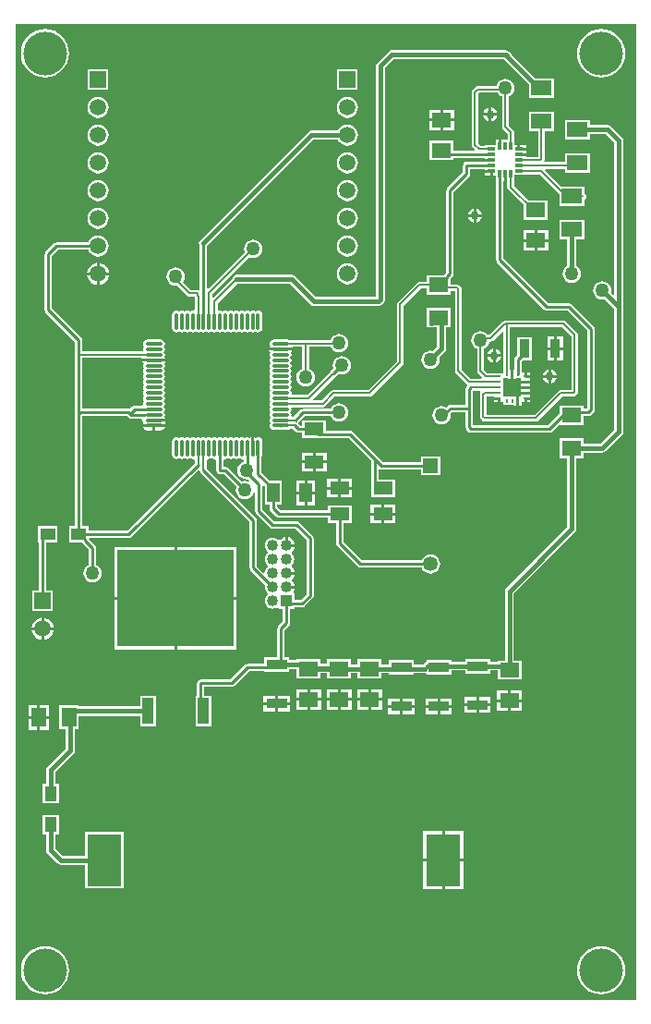
<source format=gtl>
G04*
G04 #@! TF.GenerationSoftware,Altium Limited,Altium Designer,20.1.14 (287)*
G04*
G04 Layer_Physical_Order=1*
G04 Layer_Color=255*
%FSLAX24Y24*%
%MOIN*%
G70*
G04*
G04 #@! TF.SameCoordinates,C6E9D1D4-3227-45F5-A25F-63411827B746*
G04*
G04*
G04 #@! TF.FilePolarity,Positive*
G04*
G01*
G75*
%ADD14C,0.0080*%
%ADD15C,0.0100*%
%ADD17R,0.0433X0.0531*%
%ADD18R,0.0728X0.0531*%
%ADD19R,0.0689X0.0551*%
%ADD20R,0.0709X0.0531*%
%ADD21R,0.0315X0.0118*%
%ADD22R,0.0118X0.0315*%
%ADD23R,0.0413X0.0945*%
%ADD24R,0.4193X0.3504*%
%ADD25R,0.0709X0.0472*%
%ADD26O,0.0138X0.0630*%
%ADD27O,0.0630X0.0138*%
%ADD28R,0.0453X0.0709*%
%ADD29R,0.0709X0.0453*%
%ADD30R,0.0098X0.0138*%
%ADD31R,0.0138X0.0098*%
%ADD32R,0.0374X0.0669*%
%ADD33R,0.0748X0.0374*%
%ADD34R,0.1240X0.1882*%
%ADD35R,0.0531X0.0709*%
%ADD36R,0.0531X0.0433*%
%ADD65C,0.0150*%
%ADD66C,0.0180*%
%ADD67C,0.0400*%
%ADD68R,0.0400X0.0400*%
%ADD69C,0.0531*%
%ADD70R,0.0531X0.0531*%
%ADD71R,0.0591X0.0591*%
%ADD72C,0.0591*%
%ADD73C,0.0500*%
%ADD74C,0.1575*%
%ADD75C,0.0300*%
G36*
X22517Y120D02*
X120D01*
Y35313D01*
X22517D01*
Y120D01*
D02*
G37*
%LPC*%
G36*
X21260Y35124D02*
X21090Y35107D01*
X20926Y35057D01*
X20776Y34977D01*
X20644Y34868D01*
X20535Y34736D01*
X20455Y34586D01*
X20405Y34422D01*
X20388Y34252D01*
X20405Y34082D01*
X20455Y33918D01*
X20535Y33768D01*
X20644Y33636D01*
X20776Y33527D01*
X20926Y33447D01*
X21090Y33397D01*
X21260Y33380D01*
X21430Y33397D01*
X21593Y33447D01*
X21744Y33527D01*
X21876Y33636D01*
X21985Y33768D01*
X22065Y33918D01*
X22115Y34082D01*
X22131Y34252D01*
X22115Y34422D01*
X22065Y34586D01*
X21985Y34736D01*
X21876Y34868D01*
X21744Y34977D01*
X21593Y35057D01*
X21430Y35107D01*
X21260Y35124D01*
D02*
G37*
G36*
X1181D02*
X1011Y35107D01*
X848Y35057D01*
X697Y34977D01*
X565Y34868D01*
X456Y34736D01*
X376Y34586D01*
X326Y34422D01*
X310Y34252D01*
X326Y34082D01*
X376Y33918D01*
X456Y33768D01*
X565Y33636D01*
X697Y33527D01*
X848Y33447D01*
X1011Y33397D01*
X1181Y33380D01*
X1351Y33397D01*
X1515Y33447D01*
X1665Y33527D01*
X1797Y33636D01*
X1906Y33768D01*
X1986Y33918D01*
X2036Y34082D01*
X2053Y34252D01*
X2036Y34422D01*
X1986Y34586D01*
X1906Y34736D01*
X1797Y34868D01*
X1665Y34977D01*
X1515Y35057D01*
X1351Y35107D01*
X1181Y35124D01*
D02*
G37*
G36*
X12475Y33675D02*
X11725D01*
Y32925D01*
X12475D01*
Y33675D01*
D02*
G37*
G36*
X3475D02*
X2725D01*
Y32925D01*
X3475D01*
Y33675D01*
D02*
G37*
G36*
X17812Y34358D02*
X13700D01*
X13640Y34346D01*
X13588Y34312D01*
X13188Y33912D01*
X13154Y33860D01*
X13142Y33800D01*
Y25458D01*
X10965D01*
X10212Y26212D01*
X10160Y26246D01*
X10100Y26258D01*
X8100D01*
X8040Y26246D01*
X7988Y26212D01*
X7954Y26160D01*
X7946Y26119D01*
X7273Y25446D01*
X7227Y25465D01*
Y25554D01*
X8570Y26897D01*
X8614Y26878D01*
X8700Y26867D01*
X8786Y26878D01*
X8866Y26912D01*
X8935Y26965D01*
X8988Y27034D01*
X9022Y27114D01*
X9033Y27200D01*
X9022Y27286D01*
X8988Y27366D01*
X8935Y27435D01*
X8866Y27488D01*
X8786Y27522D01*
X8700Y27533D01*
X8614Y27522D01*
X8534Y27488D01*
X8465Y27435D01*
X8412Y27366D01*
X8378Y27286D01*
X8367Y27200D01*
X8378Y27114D01*
X8397Y27070D01*
X7087Y25760D01*
X7040Y25779D01*
Y27317D01*
X10865Y31142D01*
X11759D01*
X11772Y31111D01*
X11832Y31032D01*
X11911Y30972D01*
X12002Y30934D01*
X12100Y30921D01*
X12198Y30934D01*
X12289Y30972D01*
X12368Y31032D01*
X12428Y31111D01*
X12466Y31202D01*
X12479Y31300D01*
X12466Y31398D01*
X12428Y31489D01*
X12368Y31568D01*
X12289Y31628D01*
X12198Y31666D01*
X12100Y31679D01*
X12002Y31666D01*
X11911Y31628D01*
X11832Y31568D01*
X11772Y31489D01*
X11759Y31458D01*
X10800D01*
X10740Y31446D01*
X10688Y31412D01*
X6788Y27512D01*
X6754Y27460D01*
X6742Y27400D01*
X6754Y27340D01*
X6775Y27308D01*
Y25750D01*
X6725Y25717D01*
X6700Y25722D01*
X6451D01*
X6167Y26006D01*
X6188Y26034D01*
X6222Y26114D01*
X6233Y26200D01*
X6222Y26286D01*
X6188Y26366D01*
X6135Y26435D01*
X6066Y26488D01*
X5986Y26522D01*
X5900Y26533D01*
X5814Y26522D01*
X5734Y26488D01*
X5665Y26435D01*
X5612Y26366D01*
X5578Y26286D01*
X5567Y26200D01*
X5578Y26114D01*
X5612Y26034D01*
X5665Y25965D01*
X5734Y25912D01*
X5814Y25878D01*
X5900Y25867D01*
X5953Y25874D01*
X6313Y25513D01*
X6353Y25487D01*
X6400Y25478D01*
X6582D01*
X6587Y25453D01*
X6589Y25451D01*
Y25014D01*
X6539Y24976D01*
X6514Y24981D01*
X6456Y24970D01*
X6416Y24943D01*
X6375Y24970D01*
X6317Y24981D01*
X6259Y24970D01*
X6219Y24943D01*
X6179Y24970D01*
X6120Y24981D01*
X6062Y24970D01*
X6022Y24943D01*
X5982Y24970D01*
X5924Y24981D01*
X5866Y24970D01*
X5816Y24937D01*
X5783Y24888D01*
X5772Y24830D01*
Y24337D01*
X5783Y24279D01*
X5816Y24230D01*
X5866Y24197D01*
X5924Y24186D01*
X5982Y24197D01*
X6022Y24224D01*
X6062Y24197D01*
X6120Y24186D01*
X6179Y24197D01*
X6219Y24224D01*
X6259Y24197D01*
X6317Y24186D01*
X6375Y24197D01*
X6416Y24224D01*
X6456Y24197D01*
X6514Y24186D01*
X6572Y24197D01*
X6613Y24224D01*
X6653Y24197D01*
X6711Y24186D01*
X6769Y24197D01*
X6809Y24224D01*
X6850Y24197D01*
X6908Y24186D01*
X6966Y24197D01*
X7006Y24224D01*
X7047Y24197D01*
X7105Y24186D01*
X7163Y24197D01*
X7203Y24224D01*
X7243Y24197D01*
X7302Y24186D01*
X7360Y24197D01*
X7400Y24224D01*
X7440Y24197D01*
X7498Y24186D01*
X7557Y24197D01*
X7597Y24224D01*
X7637Y24197D01*
X7695Y24186D01*
X7753Y24197D01*
X7794Y24224D01*
X7834Y24197D01*
X7892Y24186D01*
X7950Y24197D01*
X7991Y24224D01*
X8031Y24197D01*
X8089Y24186D01*
X8147Y24197D01*
X8187Y24224D01*
X8228Y24197D01*
X8286Y24186D01*
X8344Y24197D01*
X8384Y24224D01*
X8425Y24197D01*
X8483Y24186D01*
X8541Y24197D01*
X8581Y24224D01*
X8621Y24197D01*
X8680Y24186D01*
X8738Y24197D01*
X8778Y24224D01*
X8818Y24197D01*
X8876Y24186D01*
X8934Y24197D01*
X8984Y24230D01*
X9017Y24279D01*
X9028Y24337D01*
Y24830D01*
X9017Y24888D01*
X8984Y24937D01*
X8934Y24970D01*
X8876Y24981D01*
X8818Y24970D01*
X8778Y24943D01*
X8738Y24970D01*
X8680Y24981D01*
X8621Y24970D01*
X8581Y24943D01*
X8541Y24970D01*
X8483Y24981D01*
X8425Y24970D01*
X8384Y24943D01*
X8344Y24970D01*
X8286Y24981D01*
X8228Y24970D01*
X8187Y24943D01*
X8147Y24970D01*
X8089Y24981D01*
X8031Y24970D01*
X7991Y24943D01*
X7950Y24970D01*
X7892Y24981D01*
X7834Y24970D01*
X7794Y24943D01*
X7753Y24970D01*
X7695Y24981D01*
X7637Y24970D01*
X7597Y24943D01*
X7557Y24970D01*
X7498Y24981D01*
X7474Y24976D01*
X7424Y25014D01*
Y25251D01*
X8115Y25942D01*
X10035D01*
X10788Y25188D01*
X10840Y25154D01*
X10900Y25142D01*
X13212D01*
X13273Y25154D01*
X13324Y25188D01*
X13412Y25276D01*
X13446Y25327D01*
X13458Y25388D01*
Y33735D01*
X13765Y34042D01*
X17747D01*
X17767Y34022D01*
X17788Y33990D01*
X18656Y33122D01*
Y32654D01*
X19544D01*
Y33346D01*
X18879D01*
X18033Y34192D01*
X18012Y34224D01*
X17924Y34312D01*
X17873Y34346D01*
X17812Y34358D01*
D02*
G37*
G36*
X12100Y32679D02*
X12002Y32666D01*
X11911Y32628D01*
X11832Y32568D01*
X11772Y32489D01*
X11734Y32398D01*
X11721Y32300D01*
X11734Y32202D01*
X11772Y32111D01*
X11832Y32032D01*
X11911Y31972D01*
X12002Y31934D01*
X12100Y31921D01*
X12198Y31934D01*
X12289Y31972D01*
X12368Y32032D01*
X12428Y32111D01*
X12466Y32202D01*
X12479Y32300D01*
X12466Y32398D01*
X12428Y32489D01*
X12368Y32568D01*
X12289Y32628D01*
X12198Y32666D01*
X12100Y32679D01*
D02*
G37*
G36*
X3100D02*
X3002Y32666D01*
X2911Y32628D01*
X2832Y32568D01*
X2772Y32489D01*
X2734Y32398D01*
X2721Y32300D01*
X2734Y32202D01*
X2772Y32111D01*
X2832Y32032D01*
X2911Y31972D01*
X3002Y31934D01*
X3100Y31921D01*
X3198Y31934D01*
X3289Y31972D01*
X3368Y32032D01*
X3428Y32111D01*
X3466Y32202D01*
X3479Y32300D01*
X3466Y32398D01*
X3428Y32489D01*
X3368Y32568D01*
X3289Y32628D01*
X3198Y32666D01*
X3100Y32679D01*
D02*
G37*
G36*
X15954Y32217D02*
X15550D01*
Y31901D01*
X15954D01*
Y32217D01*
D02*
G37*
G36*
X15450D02*
X15046D01*
Y31901D01*
X15450D01*
Y32217D01*
D02*
G37*
G36*
X15954Y31801D02*
X15550D01*
Y31485D01*
X15954D01*
Y31801D01*
D02*
G37*
G36*
X15450D02*
X15046D01*
Y31485D01*
X15450D01*
Y31801D01*
D02*
G37*
G36*
X3100Y31679D02*
X3002Y31666D01*
X2911Y31628D01*
X2832Y31568D01*
X2772Y31489D01*
X2734Y31398D01*
X2721Y31300D01*
X2734Y31202D01*
X2772Y31111D01*
X2832Y31032D01*
X2911Y30972D01*
X3002Y30934D01*
X3100Y30921D01*
X3198Y30934D01*
X3289Y30972D01*
X3368Y31032D01*
X3428Y31111D01*
X3466Y31202D01*
X3479Y31300D01*
X3466Y31398D01*
X3428Y31489D01*
X3368Y31568D01*
X3289Y31628D01*
X3198Y31666D01*
X3100Y31679D01*
D02*
G37*
G36*
X18550Y30953D02*
X18342D01*
Y30844D01*
X18550D01*
Y30953D01*
D02*
G37*
G36*
X17800Y33333D02*
X17714Y33322D01*
X17634Y33288D01*
X17565Y33235D01*
X17512Y33166D01*
X17478Y33086D01*
X17477Y33072D01*
X16800D01*
X16753Y33063D01*
X16713Y33037D01*
X16613Y32937D01*
X16587Y32897D01*
X16578Y32850D01*
Y30947D01*
X16587Y30900D01*
X16613Y30860D01*
X16698Y30776D01*
X16679Y30729D01*
X15934D01*
Y31095D01*
X15066D01*
Y30403D01*
X15934D01*
Y30464D01*
X17050D01*
Y30450D01*
X17308D01*
Y30350D01*
X17050D01*
Y30336D01*
X16403D01*
X16352Y30326D01*
X16309Y30297D01*
X16281Y30254D01*
X16271Y30203D01*
Y29958D01*
X15706Y29394D01*
X15678Y29351D01*
X15667Y29300D01*
Y26355D01*
X15601Y26288D01*
X15579Y26256D01*
X14976D01*
Y26022D01*
X14700D01*
X14653Y26013D01*
X14613Y25987D01*
X13913Y25287D01*
X13887Y25247D01*
X13878Y25200D01*
Y23151D01*
X12849Y22122D01*
X11600D01*
X11553Y22113D01*
X11513Y22087D01*
X11160Y21733D01*
X10872D01*
X10853Y21780D01*
X11651Y22578D01*
X11651Y22578D01*
X11694Y22606D01*
X11780Y22693D01*
X11814Y22678D01*
X11900Y22667D01*
X11986Y22678D01*
X12066Y22712D01*
X12135Y22765D01*
X12188Y22834D01*
X12222Y22914D01*
X12233Y23000D01*
X12222Y23086D01*
X12188Y23166D01*
X12135Y23235D01*
X12066Y23288D01*
X11986Y23322D01*
X11900Y23333D01*
X11814Y23322D01*
X11734Y23288D01*
X11665Y23235D01*
X11612Y23166D01*
X11578Y23086D01*
X11567Y23000D01*
X11578Y22914D01*
X11593Y22880D01*
X11506Y22794D01*
X11478Y22751D01*
X11478Y22751D01*
X10657Y21930D01*
X10114D01*
X10076Y21980D01*
X10081Y22005D01*
X10070Y22063D01*
X10043Y22103D01*
X10070Y22143D01*
X10081Y22202D01*
X10070Y22260D01*
X10043Y22300D01*
X10070Y22340D01*
X10081Y22398D01*
X10070Y22457D01*
X10043Y22497D01*
X10070Y22537D01*
X10081Y22595D01*
X10070Y22653D01*
X10043Y22694D01*
X10070Y22734D01*
X10081Y22792D01*
X10070Y22850D01*
X10043Y22891D01*
X10070Y22931D01*
X10081Y22989D01*
X10070Y23047D01*
X10043Y23087D01*
X10070Y23128D01*
X10081Y23186D01*
X10070Y23244D01*
X10043Y23284D01*
X10070Y23325D01*
X10081Y23383D01*
X10070Y23441D01*
X10055Y23463D01*
X10089Y23514D01*
X10092Y23530D01*
X9955D01*
X9930Y23535D01*
X9683D01*
X9437D01*
X9412Y23530D01*
X9275D01*
X9278Y23514D01*
X9312Y23463D01*
X9297Y23441D01*
X9286Y23383D01*
X9297Y23325D01*
X9324Y23284D01*
X9297Y23244D01*
X9286Y23186D01*
X9297Y23128D01*
X9324Y23087D01*
X9297Y23047D01*
X9286Y22989D01*
X9297Y22931D01*
X9324Y22891D01*
X9297Y22850D01*
X9286Y22792D01*
X9297Y22734D01*
X9324Y22694D01*
X9297Y22653D01*
X9286Y22595D01*
X9297Y22537D01*
X9324Y22497D01*
X9297Y22457D01*
X9286Y22398D01*
X9297Y22340D01*
X9324Y22300D01*
X9297Y22260D01*
X9286Y22202D01*
X9297Y22143D01*
X9324Y22103D01*
X9297Y22063D01*
X9286Y22005D01*
X9297Y21947D01*
X9324Y21906D01*
X9297Y21866D01*
X9286Y21808D01*
X9297Y21750D01*
X9324Y21709D01*
X9297Y21669D01*
X9286Y21611D01*
X9297Y21553D01*
X9324Y21513D01*
X9297Y21472D01*
X9286Y21414D01*
X9297Y21356D01*
X9324Y21316D01*
X9297Y21275D01*
X9286Y21217D01*
X9297Y21159D01*
X9324Y21119D01*
X9297Y21079D01*
X9286Y21020D01*
X9297Y20962D01*
X9324Y20922D01*
X9297Y20882D01*
X9286Y20824D01*
X9297Y20766D01*
X9330Y20716D01*
X9379Y20683D01*
X9437Y20672D01*
X9930D01*
X9988Y20683D01*
X10014Y20701D01*
X10136D01*
X10241Y20597D01*
X10284Y20568D01*
X10334Y20558D01*
X10466D01*
Y20384D01*
X11064D01*
X11076Y20382D01*
X12131D01*
X12951Y19562D01*
Y18759D01*
X12953Y18746D01*
Y18256D01*
X13822D01*
Y18889D01*
X13216D01*
Y19230D01*
X13266Y19257D01*
X13278Y19249D01*
X13328Y19239D01*
X14754D01*
Y19026D01*
X15446D01*
Y19717D01*
X14754D01*
Y19504D01*
X13383D01*
X13177Y19711D01*
X12280Y20608D01*
X12237Y20637D01*
X12186Y20647D01*
X11334D01*
Y20997D01*
X10466D01*
Y20823D01*
X10389D01*
X10310Y20902D01*
X10313Y20927D01*
X10489Y21103D01*
X10494Y21106D01*
X10555Y21167D01*
X11498D01*
X11512Y21134D01*
X11565Y21065D01*
X11634Y21012D01*
X11714Y20978D01*
X11800Y20967D01*
X11886Y20978D01*
X11966Y21012D01*
X12035Y21065D01*
X12088Y21134D01*
X12122Y21214D01*
X12133Y21300D01*
X12122Y21386D01*
X12088Y21466D01*
X12035Y21535D01*
X11966Y21588D01*
X11886Y21622D01*
X11800Y21633D01*
X11714Y21622D01*
X11634Y21588D01*
X11565Y21535D01*
X11512Y21466D01*
X11498Y21433D01*
X10500D01*
X10449Y21422D01*
X10406Y21394D01*
X10309Y21297D01*
X10305Y21294D01*
X10160Y21149D01*
X10108Y21152D01*
X10076Y21193D01*
X10081Y21217D01*
X10070Y21275D01*
X10043Y21316D01*
X10070Y21356D01*
X10081Y21414D01*
X10076Y21439D01*
X10114Y21489D01*
X11211D01*
X11258Y21498D01*
X11298Y21525D01*
X11651Y21878D01*
X12900D01*
X12947Y21887D01*
X12987Y21913D01*
X14087Y23013D01*
X14113Y23053D01*
X14122Y23100D01*
Y25149D01*
X14751Y25778D01*
X14976D01*
Y25544D01*
X15824D01*
Y25678D01*
X15978D01*
Y22800D01*
X15987Y22753D01*
X16013Y22713D01*
X16417Y22310D01*
X16423Y22306D01*
X16428Y22257D01*
X16406Y22235D01*
X16378Y22192D01*
X16367Y22141D01*
Y21583D01*
X15816D01*
X15765Y21572D01*
X15722Y21544D01*
X15666Y21488D01*
X15666Y21488D01*
X15586Y21522D01*
X15500Y21533D01*
X15414Y21522D01*
X15334Y21488D01*
X15265Y21435D01*
X15212Y21366D01*
X15178Y21286D01*
X15167Y21200D01*
X15178Y21114D01*
X15212Y21034D01*
X15265Y20965D01*
X15334Y20912D01*
X15414Y20878D01*
X15500Y20867D01*
X15586Y20878D01*
X15666Y20912D01*
X15735Y20965D01*
X15788Y21034D01*
X15822Y21114D01*
X15833Y21200D01*
X15824Y21270D01*
X15871Y21317D01*
X16367D01*
Y20759D01*
X16378Y20708D01*
X16406Y20665D01*
X16465Y20606D01*
X16508Y20578D01*
X16559Y20567D01*
X19400D01*
X19451Y20578D01*
X19494Y20606D01*
X19738Y20851D01*
X19776Y20835D01*
Y20835D01*
X20624D01*
Y21167D01*
X20809D01*
X20860Y21178D01*
X20903Y21206D01*
X20994Y21297D01*
X21022Y21340D01*
X21033Y21391D01*
Y24300D01*
X21022Y24351D01*
X20994Y24394D01*
X20194Y25194D01*
X20151Y25222D01*
X20100Y25233D01*
X19355D01*
X17736Y26852D01*
Y29650D01*
X17750D01*
Y29908D01*
X17850D01*
Y29650D01*
X17874D01*
Y29415D01*
X17884Y29368D01*
X17910Y29328D01*
X18466Y28773D01*
Y28254D01*
X19334D01*
Y28946D01*
X18639D01*
X18119Y29465D01*
Y29670D01*
X18136D01*
Y29867D01*
X18530D01*
Y29884D01*
X19043D01*
X19756Y29171D01*
Y28755D01*
X20644D01*
Y28986D01*
X20647Y28987D01*
X20687Y29013D01*
X20713Y29053D01*
X20722Y29100D01*
X20713Y29147D01*
X20687Y29187D01*
X20647Y29213D01*
X20644Y29214D01*
Y29446D01*
X19827D01*
X19238Y30035D01*
X19258Y30081D01*
X19956D01*
Y29953D01*
X20844D01*
Y30645D01*
X19956D01*
Y30326D01*
X19218D01*
X19197Y30375D01*
X19213Y30400D01*
X19222Y30447D01*
Y31453D01*
X19544D01*
Y32145D01*
X18656D01*
Y31453D01*
X18978D01*
Y30522D01*
X18550D01*
Y30547D01*
X18292D01*
Y30647D01*
X18550D01*
Y30744D01*
X18292D01*
Y30794D01*
X18242D01*
Y30953D01*
X18136D01*
Y31130D01*
X18122D01*
Y31400D01*
X18113Y31447D01*
X18087Y31487D01*
X17922Y31651D01*
Y32693D01*
X17966Y32712D01*
X18035Y32765D01*
X18088Y32834D01*
X18122Y32914D01*
X18133Y33000D01*
X18122Y33086D01*
X18088Y33166D01*
X18035Y33235D01*
X17966Y33288D01*
X17886Y33322D01*
X17800Y33333D01*
D02*
G37*
G36*
X12100Y30679D02*
X12002Y30666D01*
X11911Y30628D01*
X11832Y30568D01*
X11772Y30489D01*
X11734Y30398D01*
X11721Y30300D01*
X11734Y30202D01*
X11772Y30111D01*
X11832Y30032D01*
X11911Y29972D01*
X12002Y29934D01*
X12100Y29921D01*
X12198Y29934D01*
X12289Y29972D01*
X12368Y30032D01*
X12428Y30111D01*
X12466Y30202D01*
X12479Y30300D01*
X12466Y30398D01*
X12428Y30489D01*
X12368Y30568D01*
X12289Y30628D01*
X12198Y30666D01*
X12100Y30679D01*
D02*
G37*
G36*
X3100D02*
X3002Y30666D01*
X2911Y30628D01*
X2832Y30568D01*
X2772Y30489D01*
X2734Y30398D01*
X2721Y30300D01*
X2734Y30202D01*
X2772Y30111D01*
X2832Y30032D01*
X2911Y29972D01*
X3002Y29934D01*
X3100Y29921D01*
X3198Y29934D01*
X3289Y29972D01*
X3368Y30032D01*
X3428Y30111D01*
X3466Y30202D01*
X3479Y30300D01*
X3466Y30398D01*
X3428Y30489D01*
X3368Y30568D01*
X3289Y30628D01*
X3198Y30666D01*
X3100Y30679D01*
D02*
G37*
G36*
X12100Y29679D02*
X12002Y29666D01*
X11911Y29628D01*
X11832Y29568D01*
X11772Y29489D01*
X11734Y29398D01*
X11721Y29300D01*
X11734Y29202D01*
X11772Y29111D01*
X11832Y29032D01*
X11911Y28972D01*
X12002Y28934D01*
X12100Y28921D01*
X12198Y28934D01*
X12289Y28972D01*
X12368Y29032D01*
X12428Y29111D01*
X12466Y29202D01*
X12479Y29300D01*
X12466Y29398D01*
X12428Y29489D01*
X12368Y29568D01*
X12289Y29628D01*
X12198Y29666D01*
X12100Y29679D01*
D02*
G37*
G36*
X3100D02*
X3002Y29666D01*
X2911Y29628D01*
X2832Y29568D01*
X2772Y29489D01*
X2734Y29398D01*
X2721Y29300D01*
X2734Y29202D01*
X2772Y29111D01*
X2832Y29032D01*
X2911Y28972D01*
X3002Y28934D01*
X3100Y28921D01*
X3198Y28934D01*
X3289Y28972D01*
X3368Y29032D01*
X3428Y29111D01*
X3466Y29202D01*
X3479Y29300D01*
X3466Y29398D01*
X3428Y29489D01*
X3368Y29568D01*
X3289Y29628D01*
X3198Y29666D01*
X3100Y29679D01*
D02*
G37*
G36*
X12100Y28679D02*
X12002Y28666D01*
X11911Y28628D01*
X11832Y28568D01*
X11772Y28489D01*
X11734Y28398D01*
X11721Y28300D01*
X11734Y28202D01*
X11772Y28111D01*
X11832Y28032D01*
X11911Y27972D01*
X12002Y27934D01*
X12100Y27921D01*
X12198Y27934D01*
X12289Y27972D01*
X12368Y28032D01*
X12428Y28111D01*
X12466Y28202D01*
X12479Y28300D01*
X12466Y28398D01*
X12428Y28489D01*
X12368Y28568D01*
X12289Y28628D01*
X12198Y28666D01*
X12100Y28679D01*
D02*
G37*
G36*
X3100D02*
X3002Y28666D01*
X2911Y28628D01*
X2832Y28568D01*
X2772Y28489D01*
X2734Y28398D01*
X2721Y28300D01*
X2734Y28202D01*
X2772Y28111D01*
X2832Y28032D01*
X2911Y27972D01*
X3002Y27934D01*
X3100Y27921D01*
X3198Y27934D01*
X3289Y27972D01*
X3368Y28032D01*
X3428Y28111D01*
X3466Y28202D01*
X3479Y28300D01*
X3466Y28398D01*
X3428Y28489D01*
X3368Y28568D01*
X3289Y28628D01*
X3198Y28666D01*
X3100Y28679D01*
D02*
G37*
G36*
X19354Y27863D02*
X18950D01*
Y27548D01*
X19354D01*
Y27863D01*
D02*
G37*
G36*
X18850D02*
X18446D01*
Y27548D01*
X18850D01*
Y27863D01*
D02*
G37*
G36*
X19354Y27448D02*
X18950D01*
Y27132D01*
X19354D01*
Y27448D01*
D02*
G37*
G36*
X18850D02*
X18446D01*
Y27132D01*
X18850D01*
Y27448D01*
D02*
G37*
G36*
X12100Y27679D02*
X12002Y27666D01*
X11911Y27628D01*
X11832Y27568D01*
X11772Y27489D01*
X11734Y27398D01*
X11721Y27300D01*
X11734Y27202D01*
X11772Y27111D01*
X11832Y27032D01*
X11911Y26972D01*
X12002Y26934D01*
X12100Y26921D01*
X12198Y26934D01*
X12289Y26972D01*
X12368Y27032D01*
X12428Y27111D01*
X12466Y27202D01*
X12479Y27300D01*
X12466Y27398D01*
X12428Y27489D01*
X12368Y27568D01*
X12289Y27628D01*
X12198Y27666D01*
X12100Y27679D01*
D02*
G37*
G36*
X20844Y31846D02*
X19956D01*
Y31154D01*
X20844D01*
Y31342D01*
X21435D01*
X21742Y31035D01*
Y25547D01*
X21696Y25528D01*
X21618Y25605D01*
X21622Y25614D01*
X21633Y25700D01*
X21622Y25786D01*
X21588Y25866D01*
X21535Y25935D01*
X21466Y25988D01*
X21386Y26022D01*
X21300Y26033D01*
X21214Y26022D01*
X21134Y25988D01*
X21065Y25935D01*
X21012Y25866D01*
X20978Y25786D01*
X20967Y25700D01*
X20978Y25614D01*
X21012Y25534D01*
X21065Y25465D01*
X21134Y25412D01*
X21214Y25378D01*
X21300Y25367D01*
X21386Y25378D01*
X21395Y25382D01*
X21742Y25035D01*
Y20665D01*
X21244Y20167D01*
X20624D01*
Y20365D01*
X19776D01*
Y19654D01*
X20042D01*
Y17165D01*
X17838Y14962D01*
X17804Y14910D01*
X17792Y14850D01*
Y12348D01*
X17516D01*
Y12308D01*
X17254D01*
Y12417D01*
X16346D01*
Y12309D01*
X15854D01*
Y12367D01*
X14946D01*
Y12298D01*
X14940Y12297D01*
X14888Y12263D01*
X14854Y12212D01*
X14854Y12210D01*
X14504D01*
Y12366D01*
X13596D01*
Y12210D01*
X13334D01*
Y12399D01*
X12466D01*
Y12210D01*
X12234D01*
Y12398D01*
X11366D01*
Y12236D01*
X11134D01*
Y12399D01*
X10266D01*
Y12358D01*
X10004D01*
Y12467D01*
X9833D01*
Y13445D01*
X9994Y13606D01*
X10022Y13649D01*
X10033Y13700D01*
Y14220D01*
X10180D01*
Y14277D01*
X10472D01*
X10523Y14287D01*
X10566Y14316D01*
X10842Y14591D01*
X10870Y14634D01*
X10881Y14685D01*
Y16772D01*
X10870Y16822D01*
X10842Y16865D01*
X10369Y17338D01*
X10326Y17367D01*
X10276Y17377D01*
X9464D01*
X9033Y17808D01*
Y18651D01*
X9077Y18670D01*
X9113Y18642D01*
Y17966D01*
X9286D01*
Y17836D01*
X9296Y17786D01*
X9325Y17742D01*
X9534Y17534D01*
X9577Y17505D01*
X9628Y17495D01*
X11378D01*
Y17311D01*
X11680D01*
Y16587D01*
X11690Y16537D01*
X11719Y16494D01*
X12478Y15735D01*
X12521Y15706D01*
X12572Y15696D01*
X14781D01*
X14798Y15654D01*
X14853Y15582D01*
X14926Y15526D01*
X15010Y15491D01*
X15100Y15480D01*
X15190Y15491D01*
X15274Y15526D01*
X15347Y15582D01*
X15402Y15654D01*
X15437Y15738D01*
X15449Y15828D01*
X15437Y15919D01*
X15402Y16003D01*
X15347Y16075D01*
X15274Y16130D01*
X15190Y16165D01*
X15100Y16177D01*
X15010Y16165D01*
X14926Y16130D01*
X14853Y16075D01*
X14798Y16003D01*
X14781Y15961D01*
X12627D01*
X11945Y16642D01*
Y17311D01*
X12247D01*
Y17944D01*
X11378D01*
Y17760D01*
X9682D01*
X9551Y17891D01*
Y17966D01*
X9725D01*
Y18834D01*
X9300D01*
X9009Y19125D01*
Y19701D01*
X9017Y19712D01*
X9028Y19770D01*
Y20263D01*
X9017Y20321D01*
X8984Y20370D01*
X8934Y20403D01*
X8876Y20414D01*
X8818Y20403D01*
X8796Y20388D01*
X8745Y20422D01*
X8730Y20425D01*
Y20288D01*
X8725Y20263D01*
Y20017D01*
X8635D01*
Y20263D01*
X8630Y20288D01*
Y20425D01*
X8614Y20422D01*
X8563Y20388D01*
X8541Y20403D01*
X8483Y20414D01*
X8425Y20403D01*
X8384Y20376D01*
X8344Y20403D01*
X8286Y20414D01*
X8228Y20403D01*
X8187Y20376D01*
X8147Y20403D01*
X8089Y20414D01*
X8031Y20403D01*
X7991Y20376D01*
X7950Y20403D01*
X7892Y20414D01*
X7834Y20403D01*
X7794Y20376D01*
X7753Y20403D01*
X7695Y20414D01*
X7637Y20403D01*
X7597Y20376D01*
X7557Y20403D01*
X7498Y20414D01*
X7440Y20403D01*
X7400Y20376D01*
X7360Y20403D01*
X7302Y20414D01*
X7243Y20403D01*
X7203Y20376D01*
X7163Y20403D01*
X7105Y20414D01*
X7047Y20403D01*
X7006Y20376D01*
X6966Y20403D01*
X6908Y20414D01*
X6850Y20403D01*
X6809Y20376D01*
X6769Y20403D01*
X6711Y20414D01*
X6653Y20403D01*
X6613Y20376D01*
X6572Y20403D01*
X6514Y20414D01*
X6456Y20403D01*
X6416Y20376D01*
X6375Y20403D01*
X6317Y20414D01*
X6259Y20403D01*
X6219Y20376D01*
X6179Y20403D01*
X6120Y20414D01*
X6062Y20403D01*
X6022Y20376D01*
X5982Y20403D01*
X5924Y20414D01*
X5866Y20403D01*
X5816Y20370D01*
X5783Y20321D01*
X5772Y20263D01*
Y19770D01*
X5783Y19712D01*
X5816Y19663D01*
X5866Y19630D01*
X5924Y19619D01*
X5982Y19630D01*
X6022Y19657D01*
X6062Y19630D01*
X6120Y19619D01*
X6179Y19630D01*
X6219Y19657D01*
X6259Y19630D01*
X6317Y19619D01*
X6375Y19630D01*
X6416Y19657D01*
X6456Y19630D01*
X6514Y19619D01*
X6539Y19624D01*
X6589Y19586D01*
Y19476D01*
X4145Y17033D01*
X2746D01*
Y17197D01*
X2533D01*
Y21167D01*
X4145D01*
X4206Y21106D01*
X4249Y21078D01*
X4300Y21067D01*
X4668D01*
X4700Y21029D01*
X4698Y21020D01*
X4711Y20955D01*
X4733Y20922D01*
X4711Y20890D01*
X4708Y20874D01*
X5117D01*
X5525D01*
X5522Y20890D01*
X5500Y20922D01*
X5522Y20955D01*
X5525Y20970D01*
X5117D01*
Y21065D01*
X5363D01*
X5388Y21070D01*
X5525D01*
X5522Y21086D01*
X5488Y21137D01*
X5503Y21159D01*
X5514Y21217D01*
X5503Y21275D01*
X5476Y21316D01*
X5503Y21356D01*
X5514Y21414D01*
X5503Y21472D01*
X5476Y21513D01*
X5503Y21553D01*
X5514Y21611D01*
X5503Y21669D01*
X5476Y21709D01*
X5503Y21750D01*
X5514Y21808D01*
X5503Y21866D01*
X5476Y21906D01*
X5503Y21947D01*
X5514Y22005D01*
X5503Y22063D01*
X5476Y22103D01*
X5503Y22143D01*
X5514Y22202D01*
X5503Y22260D01*
X5476Y22300D01*
X5503Y22340D01*
X5514Y22398D01*
X5503Y22457D01*
X5476Y22497D01*
X5503Y22537D01*
X5514Y22595D01*
X5503Y22653D01*
X5476Y22694D01*
X5503Y22734D01*
X5514Y22792D01*
X5503Y22850D01*
X5476Y22891D01*
X5503Y22931D01*
X5514Y22989D01*
X5503Y23047D01*
X5488Y23069D01*
X5522Y23120D01*
X5525Y23136D01*
X5388D01*
X5363Y23141D01*
X5117D01*
X4870D01*
X4845Y23136D01*
X4708D01*
X4711Y23120D01*
X4745Y23069D01*
X4730Y23047D01*
X4719Y22989D01*
X4730Y22931D01*
X4757Y22891D01*
X4730Y22850D01*
X4719Y22792D01*
X4730Y22734D01*
X4757Y22694D01*
X4730Y22653D01*
X4719Y22595D01*
X4730Y22537D01*
X4757Y22497D01*
X4730Y22457D01*
X4719Y22398D01*
X4730Y22340D01*
X4757Y22300D01*
X4730Y22260D01*
X4719Y22202D01*
X4730Y22143D01*
X4757Y22103D01*
X4730Y22063D01*
X4719Y22005D01*
X4730Y21947D01*
X4757Y21906D01*
X4730Y21866D01*
X4719Y21808D01*
X4730Y21750D01*
X4757Y21709D01*
X4730Y21669D01*
X4719Y21611D01*
X4721Y21597D01*
X4680Y21547D01*
X4414D01*
X4363Y21537D01*
X4320Y21508D01*
X4238Y21425D01*
X4200Y21433D01*
X2533D01*
Y23260D01*
X4662D01*
X4682Y23236D01*
X4845D01*
X4870Y23231D01*
X5117D01*
X5363D01*
X5388Y23236D01*
X5525D01*
X5522Y23252D01*
X5488Y23302D01*
X5503Y23325D01*
X5514Y23383D01*
X5503Y23441D01*
X5476Y23481D01*
X5503Y23521D01*
X5514Y23580D01*
X5503Y23638D01*
X5476Y23678D01*
X5503Y23718D01*
X5514Y23776D01*
X5503Y23834D01*
X5470Y23884D01*
X5421Y23917D01*
X5363Y23928D01*
X4870D01*
X4812Y23917D01*
X4763Y23884D01*
X4730Y23834D01*
X4719Y23776D01*
X4730Y23718D01*
X4757Y23678D01*
X4730Y23638D01*
X4719Y23580D01*
X4724Y23555D01*
X4686Y23505D01*
X2533D01*
Y23900D01*
X2522Y23951D01*
X2494Y23994D01*
X1433Y25055D01*
Y26945D01*
X1655Y27167D01*
X2749D01*
X2772Y27111D01*
X2832Y27032D01*
X2911Y26972D01*
X3002Y26934D01*
X3100Y26921D01*
X3198Y26934D01*
X3289Y26972D01*
X3368Y27032D01*
X3428Y27111D01*
X3466Y27202D01*
X3479Y27300D01*
X3466Y27398D01*
X3428Y27489D01*
X3368Y27568D01*
X3289Y27628D01*
X3198Y27666D01*
X3100Y27679D01*
X3002Y27666D01*
X2911Y27628D01*
X2832Y27568D01*
X2772Y27489D01*
X2749Y27433D01*
X1600D01*
X1549Y27422D01*
X1506Y27394D01*
X1206Y27094D01*
X1178Y27051D01*
X1167Y27000D01*
Y25000D01*
X1178Y24949D01*
X1206Y24906D01*
X2267Y23845D01*
Y23400D01*
Y21241D01*
Y17197D01*
X2054D01*
Y16603D01*
X2513D01*
X2522Y16591D01*
X2767Y16345D01*
Y15802D01*
X2734Y15788D01*
X2665Y15735D01*
X2612Y15666D01*
X2578Y15586D01*
X2567Y15500D01*
X2578Y15414D01*
X2612Y15334D01*
X2665Y15265D01*
X2734Y15212D01*
X2814Y15178D01*
X2900Y15167D01*
X2986Y15178D01*
X3066Y15212D01*
X3135Y15265D01*
X3188Y15334D01*
X3222Y15414D01*
X3233Y15500D01*
X3222Y15586D01*
X3188Y15666D01*
X3135Y15735D01*
X3066Y15788D01*
X3033Y15802D01*
Y16400D01*
X3022Y16451D01*
X2994Y16494D01*
X2770Y16717D01*
X2791Y16767D01*
X4200D01*
X4251Y16778D01*
X4294Y16806D01*
X6735Y19248D01*
X6782Y19223D01*
X6775Y19192D01*
X6785Y19141D01*
X6814Y19098D01*
X8567Y17345D01*
Y15700D01*
X8578Y15649D01*
X8606Y15606D01*
X9131Y15082D01*
X9127Y15073D01*
X9118Y15000D01*
X9127Y14927D01*
X9155Y14859D01*
X9200Y14800D01*
X9225Y14782D01*
Y14718D01*
X9200Y14700D01*
X9155Y14641D01*
X9127Y14573D01*
X9118Y14500D01*
X9127Y14427D01*
X9155Y14359D01*
X9200Y14300D01*
X9259Y14255D01*
X9327Y14227D01*
X9400Y14218D01*
X9473Y14227D01*
X9541Y14255D01*
X9570Y14278D01*
X9620Y14253D01*
Y14220D01*
X9767D01*
Y13755D01*
X9606Y13594D01*
X9578Y13551D01*
X9567Y13500D01*
Y12467D01*
X9096D01*
Y12233D01*
X8500D01*
X8449Y12222D01*
X8406Y12194D01*
X7870Y11658D01*
X6800D01*
X6749Y11648D01*
X6706Y11619D01*
X6678Y11576D01*
X6667Y11525D01*
Y11078D01*
X6613D01*
Y9973D01*
X7187D01*
Y11078D01*
X6933D01*
Y11393D01*
X7925D01*
X7976Y11403D01*
X8019Y11431D01*
X8555Y11967D01*
X9096D01*
Y11933D01*
X10004D01*
Y12042D01*
X10266D01*
Y11708D01*
X11134D01*
Y11894D01*
X11366D01*
Y11707D01*
X12234D01*
Y11894D01*
X12466D01*
Y11708D01*
X13334D01*
Y11894D01*
X13596D01*
Y11832D01*
X14504D01*
Y11894D01*
X14901D01*
X14907Y11896D01*
X14946Y11864D01*
Y11833D01*
X15854D01*
Y11993D01*
X16346D01*
Y11883D01*
X17254D01*
Y11992D01*
X17516D01*
Y11657D01*
X18384D01*
Y12348D01*
X18108D01*
Y14785D01*
X20312Y16988D01*
X20346Y17040D01*
X20358Y17100D01*
Y19654D01*
X20624D01*
Y19851D01*
X21309D01*
X21370Y19863D01*
X21421Y19898D01*
X22012Y20488D01*
X22046Y20540D01*
X22058Y20600D01*
Y25100D01*
Y31100D01*
X22046Y31160D01*
X22012Y31212D01*
X21612Y31612D01*
X21560Y31646D01*
X21500Y31658D01*
X20844D01*
Y31846D01*
D02*
G37*
G36*
X3150Y26692D02*
Y26350D01*
X3492D01*
X3485Y26403D01*
X3445Y26499D01*
X3382Y26582D01*
X3299Y26645D01*
X3203Y26685D01*
X3150Y26692D01*
D02*
G37*
G36*
X3050D02*
X2997Y26685D01*
X2901Y26645D01*
X2818Y26582D01*
X2755Y26499D01*
X2715Y26403D01*
X2708Y26350D01*
X3050D01*
Y26692D01*
D02*
G37*
G36*
X20644Y28245D02*
X19756D01*
Y27554D01*
X20042D01*
Y26592D01*
X20034Y26589D01*
X19965Y26536D01*
X19912Y26467D01*
X19878Y26387D01*
X19867Y26300D01*
X19878Y26214D01*
X19912Y26134D01*
X19965Y26065D01*
X20034Y26012D01*
X20114Y25979D01*
X20200Y25968D01*
X20286Y25979D01*
X20366Y26012D01*
X20435Y26065D01*
X20488Y26134D01*
X20522Y26214D01*
X20533Y26300D01*
X20522Y26387D01*
X20488Y26467D01*
X20435Y26536D01*
X20366Y26589D01*
X20358Y26592D01*
Y27554D01*
X20644D01*
Y28245D01*
D02*
G37*
G36*
X12100Y26679D02*
X12002Y26666D01*
X11911Y26628D01*
X11832Y26568D01*
X11772Y26489D01*
X11734Y26398D01*
X11721Y26300D01*
X11734Y26202D01*
X11772Y26111D01*
X11832Y26032D01*
X11911Y25972D01*
X12002Y25934D01*
X12100Y25921D01*
X12198Y25934D01*
X12289Y25972D01*
X12368Y26032D01*
X12428Y26111D01*
X12466Y26202D01*
X12479Y26300D01*
X12466Y26398D01*
X12428Y26489D01*
X12368Y26568D01*
X12289Y26628D01*
X12198Y26666D01*
X12100Y26679D01*
D02*
G37*
G36*
X3492Y26250D02*
X3150D01*
Y25908D01*
X3203Y25915D01*
X3299Y25955D01*
X3382Y26018D01*
X3445Y26101D01*
X3485Y26197D01*
X3492Y26250D01*
D02*
G37*
G36*
X3050D02*
X2708D01*
X2715Y26197D01*
X2755Y26101D01*
X2818Y26018D01*
X2901Y25955D01*
X2997Y25915D01*
X3050Y25908D01*
Y26250D01*
D02*
G37*
G36*
X11800Y24133D02*
X11714Y24122D01*
X11634Y24088D01*
X11565Y24035D01*
X11512Y23966D01*
X11488Y23910D01*
X9998D01*
X9988Y23917D01*
X9930Y23928D01*
X9437D01*
X9379Y23917D01*
X9330Y23884D01*
X9297Y23834D01*
X9286Y23776D01*
X9297Y23718D01*
X9312Y23696D01*
X9278Y23645D01*
X9275Y23630D01*
X9412D01*
X9437Y23625D01*
X9683D01*
X9930D01*
X9955Y23630D01*
X10105D01*
X10131Y23665D01*
X10468D01*
Y22866D01*
X10424Y22847D01*
X10355Y22794D01*
X10302Y22725D01*
X10269Y22645D01*
X10258Y22559D01*
X10269Y22473D01*
X10302Y22393D01*
X10355Y22324D01*
X10424Y22271D01*
X10504Y22238D01*
X10591Y22226D01*
X10677Y22238D01*
X10757Y22271D01*
X10826Y22324D01*
X10879Y22393D01*
X10912Y22473D01*
X10923Y22559D01*
X10912Y22645D01*
X10879Y22725D01*
X10826Y22794D01*
X10757Y22847D01*
X10713Y22866D01*
Y23665D01*
X11499D01*
X11512Y23634D01*
X11565Y23565D01*
X11634Y23512D01*
X11714Y23478D01*
X11800Y23467D01*
X11886Y23478D01*
X11966Y23512D01*
X12035Y23565D01*
X12088Y23634D01*
X12122Y23714D01*
X12133Y23800D01*
X12122Y23886D01*
X12088Y23966D01*
X12035Y24035D01*
X11966Y24088D01*
X11886Y24122D01*
X11800Y24133D01*
D02*
G37*
G36*
X15824Y25074D02*
X14976D01*
Y24534D01*
X14972Y24518D01*
X14976Y24503D01*
Y24363D01*
X15115D01*
X15131Y24360D01*
X15146Y24363D01*
X15342D01*
Y23665D01*
X15195Y23518D01*
X15186Y23522D01*
X15100Y23533D01*
X15014Y23522D01*
X14934Y23488D01*
X14865Y23435D01*
X14812Y23366D01*
X14778Y23286D01*
X14767Y23200D01*
X14778Y23114D01*
X14812Y23034D01*
X14865Y22965D01*
X14934Y22912D01*
X15014Y22878D01*
X15100Y22867D01*
X15186Y22878D01*
X15266Y22912D01*
X15335Y22965D01*
X15388Y23034D01*
X15422Y23114D01*
X15433Y23200D01*
X15422Y23286D01*
X15418Y23295D01*
X15612Y23488D01*
X15646Y23540D01*
X15658Y23600D01*
Y24363D01*
X15824D01*
Y25074D01*
D02*
G37*
G36*
X5525Y20774D02*
X5167D01*
Y20651D01*
X5363D01*
X5429Y20665D01*
X5484Y20702D01*
X5522Y20758D01*
X5525Y20774D01*
D02*
G37*
G36*
X5067D02*
X4708D01*
X4711Y20758D01*
X4749Y20702D01*
X4805Y20665D01*
X4870Y20651D01*
X5067D01*
Y20774D01*
D02*
G37*
G36*
X11354Y19836D02*
X10950D01*
Y19559D01*
X11354D01*
Y19836D01*
D02*
G37*
G36*
X10850D02*
X10446D01*
Y19559D01*
X10850D01*
Y19836D01*
D02*
G37*
G36*
X11354Y19459D02*
X10950D01*
Y19183D01*
X11354D01*
Y19459D01*
D02*
G37*
G36*
X10850D02*
X10446D01*
Y19183D01*
X10850D01*
Y19459D01*
D02*
G37*
G36*
X12267Y18909D02*
X11863D01*
Y18622D01*
X12267D01*
Y18909D01*
D02*
G37*
G36*
X11763D02*
X11358D01*
Y18622D01*
X11763D01*
Y18909D01*
D02*
G37*
G36*
X10926Y18854D02*
X10650D01*
Y18450D01*
X10926D01*
Y18854D01*
D02*
G37*
G36*
X10550D02*
X10274D01*
Y18450D01*
X10550D01*
Y18854D01*
D02*
G37*
G36*
X12267Y18522D02*
X11863D01*
Y18236D01*
X12267D01*
Y18522D01*
D02*
G37*
G36*
X11763D02*
X11358D01*
Y18236D01*
X11763D01*
Y18522D01*
D02*
G37*
G36*
X10926Y18350D02*
X10650D01*
Y17946D01*
X10926D01*
Y18350D01*
D02*
G37*
G36*
X10550D02*
X10274D01*
Y17946D01*
X10550D01*
Y18350D01*
D02*
G37*
G36*
X13842Y17964D02*
X13437D01*
Y17678D01*
X13842D01*
Y17964D01*
D02*
G37*
G36*
X13337D02*
X12933D01*
Y17678D01*
X13337D01*
Y17964D01*
D02*
G37*
G36*
X13842Y17578D02*
X13437D01*
Y17291D01*
X13842D01*
Y17578D01*
D02*
G37*
G36*
X13337D02*
X12933D01*
Y17291D01*
X13337D01*
Y17578D01*
D02*
G37*
G36*
X8096Y16452D02*
X5950D01*
Y14650D01*
X8096D01*
Y16452D01*
D02*
G37*
G36*
X5850D02*
X3704D01*
Y14650D01*
X5850D01*
Y16452D01*
D02*
G37*
G36*
X1624Y17197D02*
X932D01*
Y16603D01*
X967D01*
Y14875D01*
X725D01*
Y14125D01*
X1475D01*
Y14875D01*
X1233D01*
Y16603D01*
X1624D01*
Y17197D01*
D02*
G37*
G36*
X1150Y13892D02*
Y13550D01*
X1492D01*
X1485Y13603D01*
X1445Y13699D01*
X1382Y13782D01*
X1299Y13845D01*
X1203Y13885D01*
X1150Y13892D01*
D02*
G37*
G36*
X1050D02*
X997Y13885D01*
X901Y13845D01*
X818Y13782D01*
X755Y13699D01*
X715Y13603D01*
X708Y13550D01*
X1050D01*
Y13892D01*
D02*
G37*
G36*
X1492Y13450D02*
X1150D01*
Y13108D01*
X1203Y13115D01*
X1299Y13155D01*
X1382Y13218D01*
X1445Y13301D01*
X1485Y13397D01*
X1492Y13450D01*
D02*
G37*
G36*
X1050D02*
X708D01*
X715Y13397D01*
X755Y13301D01*
X818Y13218D01*
X901Y13155D01*
X997Y13115D01*
X1050Y13108D01*
Y13450D01*
D02*
G37*
G36*
X8096Y14550D02*
X5950D01*
Y12748D01*
X8096D01*
Y14550D01*
D02*
G37*
G36*
X5850D02*
X3704D01*
Y12748D01*
X5850D01*
Y14550D01*
D02*
G37*
G36*
X13354Y11317D02*
X12950D01*
Y11001D01*
X13354D01*
Y11317D01*
D02*
G37*
G36*
X11154D02*
X10750D01*
Y11001D01*
X11154D01*
Y11317D01*
D02*
G37*
G36*
X10650D02*
X10246D01*
Y11001D01*
X10650D01*
Y11317D01*
D02*
G37*
G36*
X12850D02*
X12446D01*
Y11001D01*
X12850D01*
Y11317D01*
D02*
G37*
G36*
X12254Y11316D02*
X11850D01*
Y11000D01*
X12254D01*
Y11316D01*
D02*
G37*
G36*
X11750D02*
X11346D01*
Y11000D01*
X11750D01*
Y11316D01*
D02*
G37*
G36*
X18404Y11266D02*
X18000D01*
Y10950D01*
X18404D01*
Y11266D01*
D02*
G37*
G36*
X17900D02*
X17496D01*
Y10950D01*
X17900D01*
Y11266D01*
D02*
G37*
G36*
X10024Y11089D02*
X9600D01*
Y10852D01*
X10024D01*
Y11089D01*
D02*
G37*
G36*
X9500D02*
X9076D01*
Y10852D01*
X9500D01*
Y11089D01*
D02*
G37*
G36*
X17274Y11039D02*
X16850D01*
Y10802D01*
X17274D01*
Y11039D01*
D02*
G37*
G36*
X16750D02*
X16326D01*
Y10802D01*
X16750D01*
Y11039D01*
D02*
G37*
G36*
X15874Y10989D02*
X15450D01*
Y10752D01*
X15874D01*
Y10989D01*
D02*
G37*
G36*
X15350D02*
X14926D01*
Y10752D01*
X15350D01*
Y10989D01*
D02*
G37*
G36*
X14524Y10988D02*
X14100D01*
Y10751D01*
X14524D01*
Y10988D01*
D02*
G37*
G36*
X14000D02*
X13576D01*
Y10751D01*
X14000D01*
Y10988D01*
D02*
G37*
G36*
X5187Y11078D02*
X4613D01*
Y10699D01*
X2397D01*
Y10734D01*
X1705D01*
Y9866D01*
X1927D01*
Y9172D01*
X1277Y8523D01*
X1240Y8466D01*
X1227Y8400D01*
Y7896D01*
X1103D01*
Y7204D01*
X1697D01*
Y7896D01*
X1573D01*
Y8328D01*
X2223Y8977D01*
X2223Y8977D01*
X2260Y9034D01*
X2273Y9100D01*
Y9866D01*
X2397D01*
Y10352D01*
X4613D01*
Y9973D01*
X5187D01*
Y11078D01*
D02*
G37*
G36*
X13354Y10901D02*
X12950D01*
Y10585D01*
X13354D01*
Y10901D01*
D02*
G37*
G36*
X12850D02*
X12446D01*
Y10585D01*
X12850D01*
Y10901D01*
D02*
G37*
G36*
X11154D02*
X10750D01*
Y10585D01*
X11154D01*
Y10901D01*
D02*
G37*
G36*
X10650D02*
X10246D01*
Y10585D01*
X10650D01*
Y10901D01*
D02*
G37*
G36*
X12254Y10900D02*
X11850D01*
Y10584D01*
X12254D01*
Y10900D01*
D02*
G37*
G36*
X11750D02*
X11346D01*
Y10584D01*
X11750D01*
Y10900D01*
D02*
G37*
G36*
X18404Y10850D02*
X18000D01*
Y10534D01*
X18404D01*
Y10850D01*
D02*
G37*
G36*
X17900D02*
X17496D01*
Y10534D01*
X17900D01*
Y10850D01*
D02*
G37*
G36*
X10024Y10752D02*
X9600D01*
Y10515D01*
X10024D01*
Y10752D01*
D02*
G37*
G36*
X9500D02*
X9076D01*
Y10515D01*
X9500D01*
Y10752D01*
D02*
G37*
G36*
X17274Y10702D02*
X16850D01*
Y10465D01*
X17274D01*
Y10702D01*
D02*
G37*
G36*
X16750D02*
X16326D01*
Y10465D01*
X16750D01*
Y10702D01*
D02*
G37*
G36*
X15874Y10652D02*
X15450D01*
Y10415D01*
X15874D01*
Y10652D01*
D02*
G37*
G36*
X15350D02*
X14926D01*
Y10415D01*
X15350D01*
Y10652D01*
D02*
G37*
G36*
X14524Y10651D02*
X14100D01*
Y10414D01*
X14524D01*
Y10651D01*
D02*
G37*
G36*
X14000D02*
X13576D01*
Y10414D01*
X14000D01*
Y10651D01*
D02*
G37*
G36*
X1315Y10754D02*
X999D01*
Y10350D01*
X1315D01*
Y10754D01*
D02*
G37*
G36*
X899D02*
X583D01*
Y10350D01*
X899D01*
Y10754D01*
D02*
G37*
G36*
X1315Y10250D02*
X999D01*
Y9846D01*
X1315D01*
Y10250D01*
D02*
G37*
G36*
X899D02*
X583D01*
Y9846D01*
X899D01*
Y10250D01*
D02*
G37*
G36*
X16280Y6191D02*
X15610D01*
Y5200D01*
X16280D01*
Y6191D01*
D02*
G37*
G36*
X15510D02*
X14840D01*
Y5200D01*
X15510D01*
Y6191D01*
D02*
G37*
G36*
X1697Y6774D02*
X1103D01*
Y6082D01*
X1227D01*
Y5500D01*
X1240Y5434D01*
X1277Y5377D01*
X1627Y5027D01*
X1684Y4990D01*
X1750Y4977D01*
X2640D01*
Y4129D01*
X4040D01*
Y6171D01*
X2640D01*
Y5323D01*
X1822D01*
X1573Y5572D01*
Y6082D01*
X1697D01*
Y6774D01*
D02*
G37*
G36*
X16280Y5100D02*
X15610D01*
Y4109D01*
X16280D01*
Y5100D01*
D02*
G37*
G36*
X15510D02*
X14840D01*
Y4109D01*
X15510D01*
Y5100D01*
D02*
G37*
G36*
X21260Y2053D02*
X21090Y2036D01*
X20926Y1986D01*
X20776Y1906D01*
X20644Y1797D01*
X20535Y1665D01*
X20455Y1515D01*
X20405Y1351D01*
X20388Y1181D01*
X20405Y1011D01*
X20455Y848D01*
X20535Y697D01*
X20644Y565D01*
X20776Y456D01*
X20926Y376D01*
X21090Y326D01*
X21260Y310D01*
X21430Y326D01*
X21593Y376D01*
X21744Y456D01*
X21876Y565D01*
X21985Y697D01*
X22065Y848D01*
X22115Y1011D01*
X22131Y1181D01*
X22115Y1351D01*
X22065Y1515D01*
X21985Y1665D01*
X21876Y1797D01*
X21744Y1906D01*
X21593Y1986D01*
X21430Y2036D01*
X21260Y2053D01*
D02*
G37*
G36*
X1181D02*
X1011Y2036D01*
X848Y1986D01*
X697Y1906D01*
X565Y1797D01*
X456Y1665D01*
X376Y1515D01*
X326Y1351D01*
X310Y1181D01*
X326Y1011D01*
X376Y848D01*
X456Y697D01*
X565Y565D01*
X697Y456D01*
X848Y376D01*
X1011Y326D01*
X1181Y310D01*
X1351Y326D01*
X1515Y376D01*
X1665Y456D01*
X1797Y565D01*
X1906Y697D01*
X1986Y848D01*
X2036Y1011D01*
X2053Y1181D01*
X2036Y1351D01*
X1986Y1515D01*
X1906Y1665D01*
X1797Y1797D01*
X1665Y1906D01*
X1515Y1986D01*
X1351Y2036D01*
X1181Y2053D01*
D02*
G37*
%LPD*%
G36*
X17565Y32765D02*
X17634Y32712D01*
X17678Y32693D01*
Y31600D01*
X17687Y31553D01*
X17713Y31513D01*
X17878Y31349D01*
Y31130D01*
X17762D01*
Y31150D01*
X17653D01*
Y30892D01*
X17553D01*
Y31150D01*
X17444D01*
Y30933D01*
X17070D01*
Y30916D01*
X16904D01*
X16822Y30998D01*
Y32799D01*
X16851Y32828D01*
X17516D01*
X17565Y32765D01*
D02*
G37*
G36*
X17730Y24191D02*
Y22831D01*
X17723D01*
Y22770D01*
X17715Y22723D01*
X17418D01*
Y22716D01*
X17157D01*
X17022Y22851D01*
Y23593D01*
X17066Y23612D01*
X17135Y23665D01*
X17188Y23734D01*
X17222Y23814D01*
X17226Y23848D01*
X17270D01*
X17317Y23857D01*
X17357Y23883D01*
X17683Y24210D01*
X17730Y24191D01*
D02*
G37*
G36*
X20178Y24049D02*
Y22122D01*
X19800D01*
X19753Y22113D01*
X19713Y22087D01*
X18849Y21222D01*
X17122D01*
Y21881D01*
X17398D01*
Y21856D01*
X17567D01*
Y21806D01*
X17617D01*
Y21657D01*
X17723D01*
Y21569D01*
X18096D01*
Y21549D01*
X18196D01*
Y21718D01*
Y21887D01*
X18096D01*
Y21867D01*
X17735D01*
Y21956D01*
X17715D01*
Y22071D01*
Y22486D01*
X17723Y22533D01*
X17900D01*
Y22513D01*
X17999D01*
Y22682D01*
Y22851D01*
X17974D01*
Y24378D01*
X19849D01*
X20178Y24049D01*
D02*
G37*
G36*
X17050Y30056D02*
X17308D01*
Y30006D01*
X17358D01*
Y29847D01*
X17464D01*
Y29670D01*
X17471D01*
Y26797D01*
X17481Y26746D01*
X17509Y26703D01*
X19206Y25006D01*
X19249Y24978D01*
X19300Y24967D01*
X20045D01*
X20767Y24245D01*
Y21445D01*
X20755Y21433D01*
X20624D01*
Y21546D01*
X19776D01*
Y21263D01*
X19345Y20833D01*
X16633D01*
Y21450D01*
Y22078D01*
X16882D01*
X16903Y22028D01*
X16887Y22003D01*
X16878Y21956D01*
Y21147D01*
X16887Y21100D01*
X16913Y21060D01*
X16960Y21013D01*
X17000Y20987D01*
X17047Y20978D01*
X18900D01*
X18947Y20987D01*
X18987Y21013D01*
X19851Y21878D01*
X20253D01*
X20300Y21887D01*
X20340Y21913D01*
X20387Y21960D01*
X20413Y22000D01*
X20422Y22047D01*
Y24100D01*
X20413Y24147D01*
X20387Y24187D01*
X19987Y24587D01*
X19947Y24613D01*
X19900Y24622D01*
X17800D01*
X17753Y24613D01*
X17713Y24587D01*
X17219Y24092D01*
X17168D01*
X17135Y24135D01*
X17066Y24188D01*
X16986Y24222D01*
X16900Y24233D01*
X16814Y24222D01*
X16734Y24188D01*
X16665Y24135D01*
X16612Y24066D01*
X16578Y23986D01*
X16567Y23900D01*
X16578Y23814D01*
X16612Y23734D01*
X16665Y23665D01*
X16734Y23612D01*
X16778Y23593D01*
Y22800D01*
X16787Y22753D01*
X16813Y22713D01*
X16962Y22565D01*
X16942Y22519D01*
X16554D01*
X16222Y22851D01*
Y25753D01*
X16213Y25800D01*
X16187Y25840D01*
X16140Y25887D01*
X16100Y25913D01*
X16053Y25922D01*
X15824D01*
Y26113D01*
X15827Y26126D01*
Y26140D01*
X15894Y26206D01*
X15922Y26249D01*
X15933Y26300D01*
X15933Y26300D01*
Y29245D01*
X16497Y29809D01*
X16526Y29852D01*
X16536Y29903D01*
Y30071D01*
X17050D01*
Y30056D01*
D02*
G37*
%LPC*%
G36*
X17300Y32295D02*
Y32100D01*
X17495D01*
X17486Y32148D01*
X17430Y32230D01*
X17348Y32285D01*
X17300Y32295D01*
D02*
G37*
G36*
X17200D02*
X17152Y32285D01*
X17070Y32230D01*
X17014Y32148D01*
X17005Y32100D01*
X17200D01*
Y32295D01*
D02*
G37*
G36*
X17495Y32000D02*
X17300D01*
Y31805D01*
X17348Y31814D01*
X17430Y31870D01*
X17486Y31952D01*
X17495Y32000D01*
D02*
G37*
G36*
X17200D02*
X17005D01*
X17014Y31952D01*
X17070Y31870D01*
X17152Y31814D01*
X17200Y31805D01*
Y32000D01*
D02*
G37*
G36*
X17450Y23595D02*
Y23400D01*
X17645D01*
X17636Y23448D01*
X17580Y23530D01*
X17498Y23586D01*
X17450Y23595D01*
D02*
G37*
G36*
X17350D02*
X17302Y23586D01*
X17220Y23530D01*
X17164Y23448D01*
X17155Y23400D01*
X17350D01*
Y23595D01*
D02*
G37*
G36*
X17645Y23300D02*
X17450D01*
Y23105D01*
X17498Y23115D01*
X17580Y23170D01*
X17636Y23252D01*
X17645Y23300D01*
D02*
G37*
G36*
X17350D02*
X17155D01*
X17164Y23252D01*
X17220Y23170D01*
X17302Y23115D01*
X17350Y23105D01*
Y23300D01*
D02*
G37*
G36*
X19887Y24035D02*
X19650D01*
Y23650D01*
X19887D01*
Y24035D01*
D02*
G37*
G36*
X19550D02*
X19313D01*
Y23650D01*
X19550D01*
Y24035D01*
D02*
G37*
G36*
X19887Y23550D02*
X19650D01*
Y23165D01*
X19887D01*
Y23550D01*
D02*
G37*
G36*
X19550D02*
X19313D01*
Y23165D01*
X19550D01*
Y23550D01*
D02*
G37*
G36*
X19450Y22845D02*
Y22650D01*
X19645D01*
X19635Y22698D01*
X19580Y22780D01*
X19498Y22836D01*
X19450Y22845D01*
D02*
G37*
G36*
X19350D02*
X19302Y22836D01*
X19220Y22780D01*
X19165Y22698D01*
X19155Y22650D01*
X19350D01*
Y22845D01*
D02*
G37*
G36*
X18700Y22743D02*
X18581D01*
Y22644D01*
X18700D01*
Y22743D01*
D02*
G37*
G36*
X18765Y24015D02*
X18231D01*
Y23373D01*
X18152Y23294D01*
X18123Y23251D01*
X18113Y23200D01*
Y22851D01*
X18099D01*
Y22682D01*
Y22513D01*
X18198D01*
Y22533D01*
X18362D01*
Y22447D01*
X18531D01*
X18700D01*
Y22544D01*
X18531D01*
Y22594D01*
X18481D01*
Y22743D01*
X18378D01*
Y23145D01*
X18418Y23185D01*
X18765D01*
Y24015D01*
D02*
G37*
G36*
X19645Y22550D02*
X19450D01*
Y22355D01*
X19498Y22364D01*
X19580Y22420D01*
X19635Y22502D01*
X19645Y22550D01*
D02*
G37*
G36*
X19350D02*
X19155D01*
X19165Y22502D01*
X19220Y22420D01*
X19302Y22364D01*
X19350Y22355D01*
Y22550D01*
D02*
G37*
G36*
X18700Y22347D02*
X18531D01*
X18362D01*
Y22250D01*
X18531D01*
X18700D01*
Y22347D01*
D02*
G37*
G36*
Y22150D02*
X18531D01*
X18362D01*
Y22053D01*
X18531D01*
X18700D01*
Y22150D01*
D02*
G37*
G36*
Y21756D02*
X18581D01*
Y21657D01*
X18700D01*
Y21756D01*
D02*
G37*
G36*
X17517D02*
X17398D01*
Y21657D01*
X17517D01*
Y21756D01*
D02*
G37*
G36*
X18700Y21953D02*
X18531D01*
X18362D01*
Y21887D01*
X18296D01*
Y21718D01*
Y21549D01*
X18395D01*
Y21657D01*
X18481D01*
Y21806D01*
X18531D01*
Y21856D01*
X18700D01*
Y21953D01*
D02*
G37*
G36*
X17258Y29956D02*
X17050D01*
Y29847D01*
X17258D01*
Y29956D01*
D02*
G37*
G36*
X16750Y28645D02*
Y28450D01*
X16945D01*
X16935Y28498D01*
X16880Y28580D01*
X16798Y28635D01*
X16750Y28645D01*
D02*
G37*
G36*
X16650D02*
X16602Y28635D01*
X16520Y28580D01*
X16465Y28498D01*
X16455Y28450D01*
X16650D01*
Y28645D01*
D02*
G37*
G36*
X16945Y28350D02*
X16750D01*
Y28155D01*
X16798Y28165D01*
X16880Y28220D01*
X16935Y28302D01*
X16945Y28350D01*
D02*
G37*
G36*
X16650D02*
X16455D01*
X16465Y28302D01*
X16520Y28220D01*
X16602Y28165D01*
X16650Y28155D01*
Y28350D01*
D02*
G37*
%LPD*%
G36*
X7834Y19630D02*
X7892Y19619D01*
X7950Y19630D01*
X7991Y19657D01*
X8031Y19630D01*
X8089Y19619D01*
X8147Y19630D01*
X8187Y19657D01*
X8228Y19630D01*
X8286Y19619D01*
X8300Y19621D01*
X8350Y19580D01*
Y19522D01*
X8298Y19501D01*
X8229Y19448D01*
X8176Y19379D01*
X8143Y19299D01*
X8132Y19213D01*
X8143Y19126D01*
X8176Y19046D01*
X8229Y18977D01*
X8298Y18924D01*
X8378Y18891D01*
X8465Y18880D01*
X8525Y18888D01*
X8573Y18840D01*
X8545Y18797D01*
X8486Y18822D01*
X8400Y18833D01*
X8314Y18822D01*
X8280Y18807D01*
X7794Y19294D01*
X7751Y19322D01*
X7700Y19333D01*
X7633D01*
Y19580D01*
X7683Y19621D01*
X7695Y19619D01*
X7753Y19630D01*
X7794Y19657D01*
X7834Y19630D01*
D02*
G37*
G36*
X7243D02*
X7302Y19619D01*
X7317Y19622D01*
X7367Y19581D01*
Y19200D01*
X7378Y19149D01*
X7406Y19106D01*
X7449Y19078D01*
X7500Y19067D01*
X7645D01*
X8093Y18620D01*
X8078Y18586D01*
X8067Y18500D01*
X8078Y18414D01*
X8112Y18334D01*
X8165Y18265D01*
X8234Y18212D01*
X8314Y18178D01*
X8400Y18167D01*
X8486Y18178D01*
X8566Y18212D01*
X8635Y18265D01*
X8688Y18334D01*
X8717Y18404D01*
X8767Y18394D01*
Y17754D01*
X8778Y17703D01*
X8806Y17660D01*
X9316Y17150D01*
X9359Y17122D01*
X9409Y17112D01*
X10221D01*
X10615Y16717D01*
Y14740D01*
X10418Y14542D01*
X10180D01*
Y14780D01*
X10172D01*
X10148Y14830D01*
X10162Y14849D01*
X10192Y14922D01*
X10196Y14950D01*
X9900D01*
Y15050D01*
X10196D01*
X10192Y15078D01*
X10162Y15151D01*
X10114Y15214D01*
X10100Y15225D01*
Y15275D01*
X10114Y15286D01*
X10162Y15349D01*
X10192Y15422D01*
X10196Y15450D01*
X9900D01*
Y15550D01*
X10196D01*
X10192Y15578D01*
X10162Y15651D01*
X10114Y15714D01*
X10092Y15731D01*
Y15794D01*
X10100Y15800D01*
X10145Y15859D01*
X10173Y15927D01*
X10182Y16000D01*
X10173Y16073D01*
X10145Y16141D01*
X10100Y16200D01*
X10092Y16206D01*
Y16269D01*
X10114Y16286D01*
X10162Y16349D01*
X10192Y16422D01*
X10196Y16450D01*
X9900D01*
Y16500D01*
X9850D01*
Y16796D01*
X9822Y16792D01*
X9749Y16762D01*
X9686Y16714D01*
X9669Y16692D01*
X9606D01*
X9600Y16700D01*
X9541Y16745D01*
X9473Y16773D01*
X9400Y16782D01*
X9327Y16773D01*
X9259Y16745D01*
X9200Y16700D01*
X9155Y16641D01*
X9127Y16573D01*
X9118Y16500D01*
X9127Y16427D01*
X9155Y16359D01*
X9200Y16300D01*
X9225Y16282D01*
Y16218D01*
X9200Y16200D01*
X9155Y16141D01*
X9127Y16073D01*
X9118Y16000D01*
X9127Y15927D01*
X9155Y15859D01*
X9200Y15800D01*
X9225Y15782D01*
Y15718D01*
X9200Y15700D01*
X9155Y15641D01*
X9127Y15573D01*
X9122Y15536D01*
X9070Y15518D01*
X8833Y15755D01*
Y17400D01*
X8822Y17451D01*
X8794Y17494D01*
X7030Y19257D01*
Y19586D01*
X7080Y19624D01*
X7105Y19619D01*
X7163Y19630D01*
X7203Y19657D01*
X7243Y19630D01*
D02*
G37*
%LPC*%
G36*
X9950Y16796D02*
Y16550D01*
X10196D01*
X10192Y16578D01*
X10162Y16651D01*
X10114Y16714D01*
X10051Y16762D01*
X9978Y16792D01*
X9950Y16796D01*
D02*
G37*
%LPD*%
D14*
X7105Y24583D02*
Y25605D01*
X8700Y27200D01*
X9683Y20824D02*
X10201D01*
X9683Y21020D02*
X10219D01*
X10591Y23787D02*
X11778D01*
X9695D02*
X10591D01*
Y22559D02*
Y23787D01*
X11778D02*
X11782Y23782D01*
X9683Y23776D02*
X9695Y23787D01*
X17750Y32950D02*
X17800Y33000D01*
X16800Y32950D02*
X17750D01*
X16700Y30947D02*
Y32850D01*
X16800Y32950D01*
X17852Y22682D02*
Y24448D01*
X17800Y24500D02*
X17852Y24448D01*
X17800Y31600D02*
Y33000D01*
X16853Y30794D02*
X17308D01*
X16700Y30947D02*
X16853Y30794D01*
X17997Y30892D02*
X18000Y30895D01*
Y31400D01*
X17800Y31600D02*
X18000Y31400D01*
X17000Y21147D02*
Y21956D01*
X17047Y22003D02*
X17567D01*
X17000Y21956D02*
X17047Y22003D01*
Y21100D02*
X18900D01*
X17000Y21147D02*
X17047Y21100D01*
X20300Y22047D02*
Y24100D01*
X20253Y22000D02*
X20300Y22047D01*
X19800Y22000D02*
X20253D01*
X18900Y21100D02*
X19800Y22000D01*
X17800Y24500D02*
X19900D01*
X20300Y24100D01*
X16900Y23900D02*
X16970Y23970D01*
X17270D01*
X17800Y24500D01*
X16900Y22800D02*
Y23900D01*
X17106Y22594D02*
X17567D01*
X16900Y22800D02*
X17106Y22594D01*
X18292Y30203D02*
X20304D01*
X20400Y30299D01*
X19094Y30006D02*
X20000Y29100D01*
X18292Y30006D02*
X19094D01*
X17997Y29415D02*
Y29908D01*
Y29415D02*
X18811Y28600D01*
X18900D01*
X7302Y24583D02*
Y25302D01*
X8100Y26100D01*
X15400Y25900D02*
X15500Y25800D01*
X16053D02*
X16100Y25753D01*
X19053Y30400D02*
X19100Y30447D01*
Y31799D01*
X15500Y25800D02*
X16053D01*
X20000Y29100D02*
X20600D01*
X18292Y30400D02*
X19053D01*
X14700Y25900D02*
X15400D01*
X14000Y25200D02*
X14700Y25900D01*
X12900Y22000D02*
X14000Y23100D01*
Y25200D01*
X11211Y21611D02*
X11600Y22000D01*
X12900D01*
X10708Y21808D02*
X11600Y22700D01*
X9683Y21808D02*
X10708D01*
X9683Y21611D02*
X11211D01*
X16100Y22800D02*
Y25753D01*
Y22800D02*
X16503Y22397D01*
X17567D01*
X16559Y22200D02*
X17567D01*
X2417Y23383D02*
X5117D01*
X6711Y19411D02*
Y20017D01*
X5900Y26100D02*
Y26200D01*
X6400Y25600D02*
X6700D01*
X5900Y26100D02*
X6400Y25600D01*
X6700Y25500D02*
Y25600D01*
X6711Y24583D02*
Y25489D01*
X6700Y25500D02*
X6711Y25489D01*
X6908Y19192D02*
Y19742D01*
D15*
Y24583D02*
Y27392D01*
X6900Y27400D02*
X6908Y27392D01*
X10201Y20824D02*
X10334Y20691D01*
X9900Y14500D02*
X9991Y14409D01*
X10472D01*
X10748Y14685D01*
X10276Y17244D02*
X10748Y16772D01*
Y14685D02*
Y16772D01*
X9409Y17244D02*
X10276D01*
X8900Y17754D02*
X9409Y17244D01*
X8900Y17754D02*
Y18700D01*
X8483Y19117D02*
X8900Y18700D01*
X8483Y19213D02*
Y19742D01*
X7700Y19200D02*
X8400Y18500D01*
X7500Y19200D02*
X7700D01*
X7500D02*
Y19733D01*
X15800Y29300D02*
X16403Y29903D01*
X15800Y26300D02*
Y29300D01*
X16403Y29903D02*
Y30203D01*
X17603Y26797D02*
Y29908D01*
X20100Y25100D02*
X20900Y24300D01*
Y21391D02*
Y24300D01*
X19300Y25100D02*
X20100D01*
X20809Y21300D02*
X20900Y21391D01*
X20000Y21300D02*
X20809D01*
X19400Y20700D02*
X20000Y21300D01*
X16559Y20700D02*
X19400D01*
X15694Y26194D02*
X15800Y26300D01*
X15694Y26126D02*
Y26194D01*
X15469Y25900D02*
X15694Y26126D01*
X15400Y25900D02*
X15469D01*
X15652Y30597D02*
X17308D01*
X16403Y30203D02*
X17308D01*
X15500Y30749D02*
X15652Y30597D01*
X17603Y26797D02*
X19300Y25100D01*
X16500Y21450D02*
Y22141D01*
Y20759D02*
Y21450D01*
X15500Y21200D02*
X15566D01*
X15816Y21450D01*
X16500D01*
X11800Y22900D02*
X11841D01*
X11900Y22959D01*
Y23000D01*
X11600Y22700D02*
X11800Y22900D01*
X20400Y21300D02*
X20500D01*
X16500Y20759D02*
X16559Y20700D01*
X16500Y22141D02*
X16559Y22200D01*
X9700Y12100D02*
Y13500D01*
X11813Y16587D02*
Y17628D01*
Y16587D02*
X12572Y15828D01*
X15100D01*
X13328Y19372D02*
X15100D01*
X13083Y19617D02*
X13328Y19372D01*
X10900Y20691D02*
X11076Y20514D01*
X12186D01*
X13269Y18572D02*
X13387D01*
X13083Y18759D02*
X13269Y18572D01*
X13083Y18759D02*
Y19617D01*
X12186Y20514D02*
X13083Y19617D01*
X9419Y17836D02*
Y18400D01*
Y17836D02*
X9628Y17628D01*
X11813D01*
X9419Y18400D02*
Y18528D01*
X8876Y19070D02*
X9419Y18528D01*
X8876Y19070D02*
Y19742D01*
X9683Y20824D02*
X9686Y20822D01*
X10334Y20691D02*
X10900D01*
X4200Y16900D02*
X6711Y19411D01*
X2400Y23400D02*
Y23900D01*
Y21241D02*
Y23400D01*
X2417Y23383D01*
X2449Y16900D02*
X4200D01*
X2400D02*
X2449D01*
X18498Y23452D02*
Y23600D01*
X18246Y22682D02*
Y23200D01*
X18498Y23452D01*
X1100Y14500D02*
Y16733D01*
X1600Y27300D02*
X3100D01*
X1300Y27000D02*
X1600Y27300D01*
X1300Y25000D02*
Y27000D01*
Y25000D02*
X2400Y23900D01*
X4250Y21250D02*
X4300Y21200D01*
X4200Y21300D02*
X4250Y21250D01*
X4414Y21414D02*
X4842D01*
X4250Y21250D02*
X4414Y21414D01*
X4300Y21200D02*
X4785D01*
X2400Y16900D02*
Y21241D01*
X2459Y21300D01*
X4200D01*
X2449Y16900D02*
X2616Y16733D01*
Y16684D02*
Y16733D01*
Y16684D02*
X2900Y16400D01*
Y15500D02*
Y16400D01*
X9900Y13700D02*
Y14500D01*
X9700Y13500D02*
X9900Y13700D01*
X2051Y10300D02*
X2100Y10251D01*
X2051Y10309D02*
X2267Y10525D01*
X2051Y10300D02*
Y10309D01*
X6800Y10625D02*
X6900Y10525D01*
X6800Y10625D02*
Y11525D01*
X1100Y16733D02*
X1267Y16900D01*
X1278D01*
X8500Y12100D02*
X9700D01*
X7925Y11525D02*
X8500Y12100D01*
X6800Y11525D02*
X7925D01*
X10400Y21200D02*
X10500Y21300D01*
X11800D01*
X10398Y21200D02*
X10400D01*
X10219Y21020D02*
X10398Y21200D01*
X6908Y19192D02*
X8700Y17400D01*
Y15700D02*
X9400Y15000D01*
X8700Y15700D02*
Y17400D01*
X17802Y12150D02*
X17950Y12002D01*
X10700Y12104D02*
X11800D01*
X10554Y12200D02*
X10700Y12054D01*
X14901Y12052D02*
X15000Y12151D01*
D17*
X1400Y7550D02*
D03*
Y6428D02*
D03*
D18*
X20200Y27900D02*
D03*
Y29100D02*
D03*
X20400Y30299D02*
D03*
Y31500D02*
D03*
X19100Y33000D02*
D03*
Y31799D02*
D03*
D19*
X15400Y24719D02*
D03*
Y25900D02*
D03*
X20200Y21191D02*
D03*
Y20009D02*
D03*
D20*
X15500Y30749D02*
D03*
Y31851D02*
D03*
X18900Y28600D02*
D03*
Y27498D02*
D03*
X17950Y12002D02*
D03*
Y10900D02*
D03*
X11800Y12052D02*
D03*
Y10950D02*
D03*
X12900Y10951D02*
D03*
Y12054D02*
D03*
X10700D02*
D03*
Y10951D02*
D03*
D21*
X17308Y30794D02*
D03*
Y30597D02*
D03*
Y30400D02*
D03*
Y30203D02*
D03*
Y30006D02*
D03*
X18292D02*
D03*
Y30203D02*
D03*
Y30400D02*
D03*
Y30597D02*
D03*
Y30794D02*
D03*
D22*
X17603Y29908D02*
D03*
X17800D02*
D03*
X17997D02*
D03*
Y30892D02*
D03*
X17800D02*
D03*
X17603D02*
D03*
D23*
X4900Y10525D02*
D03*
X6900D02*
D03*
D24*
X5900Y14600D02*
D03*
D25*
X13387Y18572D02*
D03*
X11813D02*
D03*
Y17628D02*
D03*
X13387D02*
D03*
D26*
X5924Y24583D02*
D03*
X6120D02*
D03*
X6317D02*
D03*
X6514D02*
D03*
X6711D02*
D03*
X6908D02*
D03*
X7105D02*
D03*
X7302D02*
D03*
X7498D02*
D03*
X7695D02*
D03*
X7892D02*
D03*
X8089D02*
D03*
X8286D02*
D03*
X8483D02*
D03*
X8680D02*
D03*
X8876D02*
D03*
Y20017D02*
D03*
X8680D02*
D03*
X8483D02*
D03*
X8286D02*
D03*
X8089D02*
D03*
X7892D02*
D03*
X7695D02*
D03*
X7498D02*
D03*
X7302D02*
D03*
X7105D02*
D03*
X6908D02*
D03*
X6711D02*
D03*
X6514D02*
D03*
X6317D02*
D03*
X6120D02*
D03*
X5924D02*
D03*
D27*
X9683Y23776D02*
D03*
Y23580D02*
D03*
Y23383D02*
D03*
Y23186D02*
D03*
Y22989D02*
D03*
Y22792D02*
D03*
Y22595D02*
D03*
Y22398D02*
D03*
Y22202D02*
D03*
Y22005D02*
D03*
Y21808D02*
D03*
Y21611D02*
D03*
Y21414D02*
D03*
Y21217D02*
D03*
Y21020D02*
D03*
Y20824D02*
D03*
X5117D02*
D03*
Y21020D02*
D03*
Y21217D02*
D03*
Y21414D02*
D03*
Y21611D02*
D03*
Y21808D02*
D03*
Y22005D02*
D03*
Y22202D02*
D03*
Y22398D02*
D03*
Y22595D02*
D03*
Y22792D02*
D03*
Y22989D02*
D03*
Y23186D02*
D03*
Y23383D02*
D03*
Y23580D02*
D03*
Y23776D02*
D03*
D28*
X9419Y18400D02*
D03*
X10600D02*
D03*
D29*
X10900Y20691D02*
D03*
Y19509D02*
D03*
D30*
X17852Y22682D02*
D03*
X18049D02*
D03*
X18246D02*
D03*
Y21718D02*
D03*
X18049D02*
D03*
X17852D02*
D03*
D31*
X18531Y22594D02*
D03*
Y22397D02*
D03*
Y22200D02*
D03*
Y22003D02*
D03*
Y21806D02*
D03*
X17567D02*
D03*
Y22003D02*
D03*
Y22200D02*
D03*
Y22397D02*
D03*
Y22594D02*
D03*
D32*
X19600Y23600D02*
D03*
X18498D02*
D03*
D33*
X9550Y12200D02*
D03*
Y10802D02*
D03*
X15400Y12100D02*
D03*
Y10702D02*
D03*
X16800Y12150D02*
D03*
Y10752D02*
D03*
X14050Y12099D02*
D03*
Y10701D02*
D03*
D34*
X3340Y5150D02*
D03*
X15560D02*
D03*
D35*
X949Y10300D02*
D03*
X2051D02*
D03*
D36*
X1278Y16900D02*
D03*
X2400D02*
D03*
D65*
X21900Y25100D02*
Y31100D01*
X21300Y25700D02*
X21900Y25100D01*
Y20600D02*
Y25100D01*
X20400Y31500D02*
X21500D01*
X21900Y31100D01*
X20200Y20009D02*
X21309D01*
X21900Y20600D01*
X15331Y24719D02*
X15500Y24550D01*
X15100Y23200D02*
X15500Y23600D01*
Y24550D01*
X15131Y24518D02*
X15331Y24719D01*
X11782Y23782D02*
X11800Y23800D01*
X20200Y17100D02*
Y20009D01*
X17950Y14850D02*
X20200Y17100D01*
X17950Y12002D02*
Y14850D01*
X20200Y26300D02*
Y27900D01*
X8100Y26100D02*
X10100D01*
X13300Y25388D02*
Y33800D01*
X13212Y25300D02*
X13300Y25388D01*
X10900Y25300D02*
X13212D01*
X10100Y26100D02*
X10900Y25300D01*
X13300Y33800D02*
X13700Y34200D01*
X17812D01*
X17900Y34102D02*
Y34112D01*
X17812Y34200D02*
X17900Y34112D01*
X19002Y33000D02*
X19100D01*
X17900Y34102D02*
X19002Y33000D01*
X9550Y12200D02*
X10554D01*
X11800Y12052D02*
X14901D01*
X15000Y12151D02*
X16600D01*
X10800Y31300D02*
X12100D01*
X6900Y27400D02*
X10800Y31300D01*
X16800Y12150D02*
X17802D01*
X10700Y12052D02*
X11800D01*
D66*
X1400Y5500D02*
Y6428D01*
X1750Y5150D02*
X3340D01*
X1400Y5500D02*
X1750Y5150D01*
X2100Y9100D02*
Y10251D01*
X1400Y7550D02*
Y8400D01*
X2100Y9100D01*
X2267Y10525D02*
X4900D01*
D67*
X9400Y16500D02*
D03*
X9900D02*
D03*
X9400Y16000D02*
D03*
X9900D02*
D03*
X9400Y15500D02*
D03*
X9900D02*
D03*
X9400Y15000D02*
D03*
X9900D02*
D03*
X9400Y14500D02*
D03*
D68*
X9900D02*
D03*
D69*
X15100Y15828D02*
D03*
D70*
Y19372D02*
D03*
D71*
X1100Y14500D02*
D03*
X12100Y33300D02*
D03*
X3100D02*
D03*
D72*
X1100Y13500D02*
D03*
X12100Y32300D02*
D03*
Y31300D02*
D03*
Y30300D02*
D03*
Y29300D02*
D03*
Y28300D02*
D03*
Y27300D02*
D03*
Y26300D02*
D03*
X3100Y32300D02*
D03*
Y31300D02*
D03*
Y30300D02*
D03*
Y29300D02*
D03*
Y28300D02*
D03*
Y27300D02*
D03*
Y26300D02*
D03*
D73*
X8465Y19213D02*
D03*
X10591Y22559D02*
D03*
X17800Y33000D02*
D03*
X21300Y25700D02*
D03*
X16900Y23900D02*
D03*
X15100Y23200D02*
D03*
X11800Y23800D02*
D03*
X20200Y26300D02*
D03*
X8700Y27200D02*
D03*
X15500Y21200D02*
D03*
X11900Y23000D02*
D03*
X8400Y18500D02*
D03*
X2900Y15500D02*
D03*
X5900Y26200D02*
D03*
X11800Y21300D02*
D03*
D74*
X1181Y1181D02*
D03*
X21260D02*
D03*
Y34252D02*
D03*
X1181D02*
D03*
D75*
X17250Y32050D02*
D03*
X16700Y28400D02*
D03*
X17400Y23350D02*
D03*
X19400Y22600D02*
D03*
M02*

</source>
